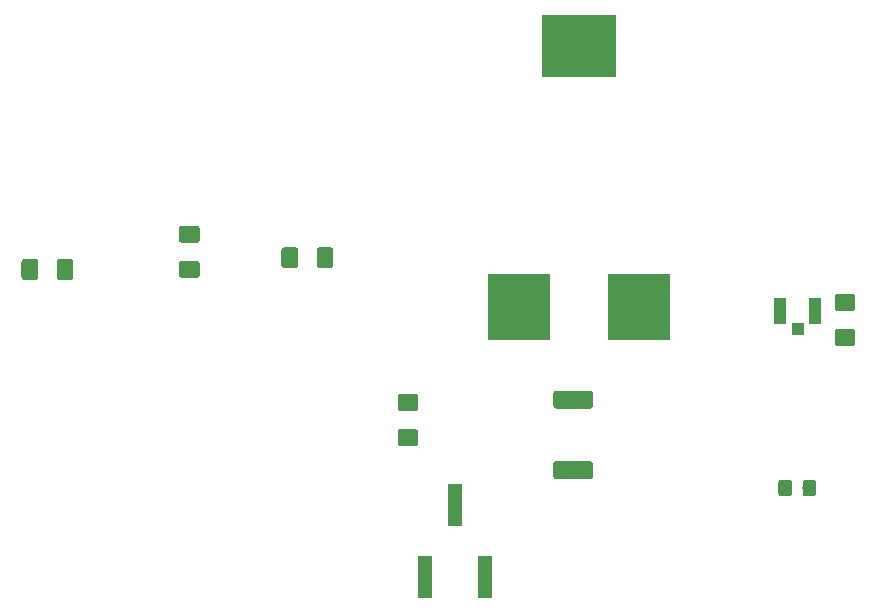
<source format=gtp>
G04 #@! TF.GenerationSoftware,KiCad,Pcbnew,(5.1.4)-1*
G04 #@! TF.CreationDate,2021-06-03T13:54:43-04:00*
G04 #@! TF.ProjectId,coil_power_mod,636f696c-5f70-46f7-9765-725f6d6f642e,rev?*
G04 #@! TF.SameCoordinates,Original*
G04 #@! TF.FileFunction,Paste,Top*
G04 #@! TF.FilePolarity,Positive*
%FSLAX46Y46*%
G04 Gerber Fmt 4.6, Leading zero omitted, Abs format (unit mm)*
G04 Created by KiCad (PCBNEW (5.1.4)-1) date 2021-06-03 13:54:43*
%MOMM*%
%LPD*%
G04 APERTURE LIST*
%ADD10R,1.050000X2.200000*%
%ADD11R,1.000000X1.050000*%
%ADD12C,0.100000*%
%ADD13C,1.425000*%
%ADD14C,1.525000*%
%ADD15R,1.190000X3.550000*%
%ADD16R,6.350000X5.280000*%
%ADD17R,5.330000X5.590000*%
%ADD18C,1.150000*%
G04 APERTURE END LIST*
D10*
X164000000Y-56500000D03*
X161050000Y-56500000D03*
D11*
X162525000Y-58025000D03*
D12*
G36*
X167149504Y-55076204D02*
G01*
X167173773Y-55079804D01*
X167197571Y-55085765D01*
X167220671Y-55094030D01*
X167242849Y-55104520D01*
X167263893Y-55117133D01*
X167283598Y-55131747D01*
X167301777Y-55148223D01*
X167318253Y-55166402D01*
X167332867Y-55186107D01*
X167345480Y-55207151D01*
X167355970Y-55229329D01*
X167364235Y-55252429D01*
X167370196Y-55276227D01*
X167373796Y-55300496D01*
X167375000Y-55325000D01*
X167375000Y-56250000D01*
X167373796Y-56274504D01*
X167370196Y-56298773D01*
X167364235Y-56322571D01*
X167355970Y-56345671D01*
X167345480Y-56367849D01*
X167332867Y-56388893D01*
X167318253Y-56408598D01*
X167301777Y-56426777D01*
X167283598Y-56443253D01*
X167263893Y-56457867D01*
X167242849Y-56470480D01*
X167220671Y-56480970D01*
X167197571Y-56489235D01*
X167173773Y-56495196D01*
X167149504Y-56498796D01*
X167125000Y-56500000D01*
X165875000Y-56500000D01*
X165850496Y-56498796D01*
X165826227Y-56495196D01*
X165802429Y-56489235D01*
X165779329Y-56480970D01*
X165757151Y-56470480D01*
X165736107Y-56457867D01*
X165716402Y-56443253D01*
X165698223Y-56426777D01*
X165681747Y-56408598D01*
X165667133Y-56388893D01*
X165654520Y-56367849D01*
X165644030Y-56345671D01*
X165635765Y-56322571D01*
X165629804Y-56298773D01*
X165626204Y-56274504D01*
X165625000Y-56250000D01*
X165625000Y-55325000D01*
X165626204Y-55300496D01*
X165629804Y-55276227D01*
X165635765Y-55252429D01*
X165644030Y-55229329D01*
X165654520Y-55207151D01*
X165667133Y-55186107D01*
X165681747Y-55166402D01*
X165698223Y-55148223D01*
X165716402Y-55131747D01*
X165736107Y-55117133D01*
X165757151Y-55104520D01*
X165779329Y-55094030D01*
X165802429Y-55085765D01*
X165826227Y-55079804D01*
X165850496Y-55076204D01*
X165875000Y-55075000D01*
X167125000Y-55075000D01*
X167149504Y-55076204D01*
X167149504Y-55076204D01*
G37*
D13*
X166500000Y-55787500D03*
D12*
G36*
X167149504Y-58051204D02*
G01*
X167173773Y-58054804D01*
X167197571Y-58060765D01*
X167220671Y-58069030D01*
X167242849Y-58079520D01*
X167263893Y-58092133D01*
X167283598Y-58106747D01*
X167301777Y-58123223D01*
X167318253Y-58141402D01*
X167332867Y-58161107D01*
X167345480Y-58182151D01*
X167355970Y-58204329D01*
X167364235Y-58227429D01*
X167370196Y-58251227D01*
X167373796Y-58275496D01*
X167375000Y-58300000D01*
X167375000Y-59225000D01*
X167373796Y-59249504D01*
X167370196Y-59273773D01*
X167364235Y-59297571D01*
X167355970Y-59320671D01*
X167345480Y-59342849D01*
X167332867Y-59363893D01*
X167318253Y-59383598D01*
X167301777Y-59401777D01*
X167283598Y-59418253D01*
X167263893Y-59432867D01*
X167242849Y-59445480D01*
X167220671Y-59455970D01*
X167197571Y-59464235D01*
X167173773Y-59470196D01*
X167149504Y-59473796D01*
X167125000Y-59475000D01*
X165875000Y-59475000D01*
X165850496Y-59473796D01*
X165826227Y-59470196D01*
X165802429Y-59464235D01*
X165779329Y-59455970D01*
X165757151Y-59445480D01*
X165736107Y-59432867D01*
X165716402Y-59418253D01*
X165698223Y-59401777D01*
X165681747Y-59383598D01*
X165667133Y-59363893D01*
X165654520Y-59342849D01*
X165644030Y-59320671D01*
X165635765Y-59297571D01*
X165629804Y-59273773D01*
X165626204Y-59249504D01*
X165625000Y-59225000D01*
X165625000Y-58300000D01*
X165626204Y-58275496D01*
X165629804Y-58251227D01*
X165635765Y-58227429D01*
X165644030Y-58204329D01*
X165654520Y-58182151D01*
X165667133Y-58161107D01*
X165681747Y-58141402D01*
X165698223Y-58123223D01*
X165716402Y-58106747D01*
X165736107Y-58092133D01*
X165757151Y-58079520D01*
X165779329Y-58069030D01*
X165802429Y-58060765D01*
X165826227Y-58054804D01*
X165850496Y-58051204D01*
X165875000Y-58050000D01*
X167125000Y-58050000D01*
X167149504Y-58051204D01*
X167149504Y-58051204D01*
G37*
D13*
X166500000Y-58762500D03*
D12*
G36*
X130149504Y-66526204D02*
G01*
X130173773Y-66529804D01*
X130197571Y-66535765D01*
X130220671Y-66544030D01*
X130242849Y-66554520D01*
X130263893Y-66567133D01*
X130283598Y-66581747D01*
X130301777Y-66598223D01*
X130318253Y-66616402D01*
X130332867Y-66636107D01*
X130345480Y-66657151D01*
X130355970Y-66679329D01*
X130364235Y-66702429D01*
X130370196Y-66726227D01*
X130373796Y-66750496D01*
X130375000Y-66775000D01*
X130375000Y-67700000D01*
X130373796Y-67724504D01*
X130370196Y-67748773D01*
X130364235Y-67772571D01*
X130355970Y-67795671D01*
X130345480Y-67817849D01*
X130332867Y-67838893D01*
X130318253Y-67858598D01*
X130301777Y-67876777D01*
X130283598Y-67893253D01*
X130263893Y-67907867D01*
X130242849Y-67920480D01*
X130220671Y-67930970D01*
X130197571Y-67939235D01*
X130173773Y-67945196D01*
X130149504Y-67948796D01*
X130125000Y-67950000D01*
X128875000Y-67950000D01*
X128850496Y-67948796D01*
X128826227Y-67945196D01*
X128802429Y-67939235D01*
X128779329Y-67930970D01*
X128757151Y-67920480D01*
X128736107Y-67907867D01*
X128716402Y-67893253D01*
X128698223Y-67876777D01*
X128681747Y-67858598D01*
X128667133Y-67838893D01*
X128654520Y-67817849D01*
X128644030Y-67795671D01*
X128635765Y-67772571D01*
X128629804Y-67748773D01*
X128626204Y-67724504D01*
X128625000Y-67700000D01*
X128625000Y-66775000D01*
X128626204Y-66750496D01*
X128629804Y-66726227D01*
X128635765Y-66702429D01*
X128644030Y-66679329D01*
X128654520Y-66657151D01*
X128667133Y-66636107D01*
X128681747Y-66616402D01*
X128698223Y-66598223D01*
X128716402Y-66581747D01*
X128736107Y-66567133D01*
X128757151Y-66554520D01*
X128779329Y-66544030D01*
X128802429Y-66535765D01*
X128826227Y-66529804D01*
X128850496Y-66526204D01*
X128875000Y-66525000D01*
X130125000Y-66525000D01*
X130149504Y-66526204D01*
X130149504Y-66526204D01*
G37*
D13*
X129500000Y-67237500D03*
D12*
G36*
X130149504Y-63551204D02*
G01*
X130173773Y-63554804D01*
X130197571Y-63560765D01*
X130220671Y-63569030D01*
X130242849Y-63579520D01*
X130263893Y-63592133D01*
X130283598Y-63606747D01*
X130301777Y-63623223D01*
X130318253Y-63641402D01*
X130332867Y-63661107D01*
X130345480Y-63682151D01*
X130355970Y-63704329D01*
X130364235Y-63727429D01*
X130370196Y-63751227D01*
X130373796Y-63775496D01*
X130375000Y-63800000D01*
X130375000Y-64725000D01*
X130373796Y-64749504D01*
X130370196Y-64773773D01*
X130364235Y-64797571D01*
X130355970Y-64820671D01*
X130345480Y-64842849D01*
X130332867Y-64863893D01*
X130318253Y-64883598D01*
X130301777Y-64901777D01*
X130283598Y-64918253D01*
X130263893Y-64932867D01*
X130242849Y-64945480D01*
X130220671Y-64955970D01*
X130197571Y-64964235D01*
X130173773Y-64970196D01*
X130149504Y-64973796D01*
X130125000Y-64975000D01*
X128875000Y-64975000D01*
X128850496Y-64973796D01*
X128826227Y-64970196D01*
X128802429Y-64964235D01*
X128779329Y-64955970D01*
X128757151Y-64945480D01*
X128736107Y-64932867D01*
X128716402Y-64918253D01*
X128698223Y-64901777D01*
X128681747Y-64883598D01*
X128667133Y-64863893D01*
X128654520Y-64842849D01*
X128644030Y-64820671D01*
X128635765Y-64797571D01*
X128629804Y-64773773D01*
X128626204Y-64749504D01*
X128625000Y-64725000D01*
X128625000Y-63800000D01*
X128626204Y-63775496D01*
X128629804Y-63751227D01*
X128635765Y-63727429D01*
X128644030Y-63704329D01*
X128654520Y-63682151D01*
X128667133Y-63661107D01*
X128681747Y-63641402D01*
X128698223Y-63623223D01*
X128716402Y-63606747D01*
X128736107Y-63592133D01*
X128757151Y-63579520D01*
X128779329Y-63569030D01*
X128802429Y-63560765D01*
X128826227Y-63554804D01*
X128850496Y-63551204D01*
X128875000Y-63550000D01*
X130125000Y-63550000D01*
X130149504Y-63551204D01*
X130149504Y-63551204D01*
G37*
D13*
X129500000Y-64262500D03*
D12*
G36*
X144949505Y-63251204D02*
G01*
X144973773Y-63254804D01*
X144997572Y-63260765D01*
X145020671Y-63269030D01*
X145042850Y-63279520D01*
X145063893Y-63292132D01*
X145083599Y-63306747D01*
X145101777Y-63323223D01*
X145118253Y-63341401D01*
X145132868Y-63361107D01*
X145145480Y-63382150D01*
X145155970Y-63404329D01*
X145164235Y-63427428D01*
X145170196Y-63451227D01*
X145173796Y-63475495D01*
X145175000Y-63499999D01*
X145175000Y-64525001D01*
X145173796Y-64549505D01*
X145170196Y-64573773D01*
X145164235Y-64597572D01*
X145155970Y-64620671D01*
X145145480Y-64642850D01*
X145132868Y-64663893D01*
X145118253Y-64683599D01*
X145101777Y-64701777D01*
X145083599Y-64718253D01*
X145063893Y-64732868D01*
X145042850Y-64745480D01*
X145020671Y-64755970D01*
X144997572Y-64764235D01*
X144973773Y-64770196D01*
X144949505Y-64773796D01*
X144925001Y-64775000D01*
X142074999Y-64775000D01*
X142050495Y-64773796D01*
X142026227Y-64770196D01*
X142002428Y-64764235D01*
X141979329Y-64755970D01*
X141957150Y-64745480D01*
X141936107Y-64732868D01*
X141916401Y-64718253D01*
X141898223Y-64701777D01*
X141881747Y-64683599D01*
X141867132Y-64663893D01*
X141854520Y-64642850D01*
X141844030Y-64620671D01*
X141835765Y-64597572D01*
X141829804Y-64573773D01*
X141826204Y-64549505D01*
X141825000Y-64525001D01*
X141825000Y-63499999D01*
X141826204Y-63475495D01*
X141829804Y-63451227D01*
X141835765Y-63427428D01*
X141844030Y-63404329D01*
X141854520Y-63382150D01*
X141867132Y-63361107D01*
X141881747Y-63341401D01*
X141898223Y-63323223D01*
X141916401Y-63306747D01*
X141936107Y-63292132D01*
X141957150Y-63279520D01*
X141979329Y-63269030D01*
X142002428Y-63260765D01*
X142026227Y-63254804D01*
X142050495Y-63251204D01*
X142074999Y-63250000D01*
X144925001Y-63250000D01*
X144949505Y-63251204D01*
X144949505Y-63251204D01*
G37*
D14*
X143500000Y-64012500D03*
D12*
G36*
X144949505Y-69226204D02*
G01*
X144973773Y-69229804D01*
X144997572Y-69235765D01*
X145020671Y-69244030D01*
X145042850Y-69254520D01*
X145063893Y-69267132D01*
X145083599Y-69281747D01*
X145101777Y-69298223D01*
X145118253Y-69316401D01*
X145132868Y-69336107D01*
X145145480Y-69357150D01*
X145155970Y-69379329D01*
X145164235Y-69402428D01*
X145170196Y-69426227D01*
X145173796Y-69450495D01*
X145175000Y-69474999D01*
X145175000Y-70500001D01*
X145173796Y-70524505D01*
X145170196Y-70548773D01*
X145164235Y-70572572D01*
X145155970Y-70595671D01*
X145145480Y-70617850D01*
X145132868Y-70638893D01*
X145118253Y-70658599D01*
X145101777Y-70676777D01*
X145083599Y-70693253D01*
X145063893Y-70707868D01*
X145042850Y-70720480D01*
X145020671Y-70730970D01*
X144997572Y-70739235D01*
X144973773Y-70745196D01*
X144949505Y-70748796D01*
X144925001Y-70750000D01*
X142074999Y-70750000D01*
X142050495Y-70748796D01*
X142026227Y-70745196D01*
X142002428Y-70739235D01*
X141979329Y-70730970D01*
X141957150Y-70720480D01*
X141936107Y-70707868D01*
X141916401Y-70693253D01*
X141898223Y-70676777D01*
X141881747Y-70658599D01*
X141867132Y-70638893D01*
X141854520Y-70617850D01*
X141844030Y-70595671D01*
X141835765Y-70572572D01*
X141829804Y-70548773D01*
X141826204Y-70524505D01*
X141825000Y-70500001D01*
X141825000Y-69474999D01*
X141826204Y-69450495D01*
X141829804Y-69426227D01*
X141835765Y-69402428D01*
X141844030Y-69379329D01*
X141854520Y-69357150D01*
X141867132Y-69336107D01*
X141881747Y-69316401D01*
X141898223Y-69298223D01*
X141916401Y-69281747D01*
X141936107Y-69267132D01*
X141957150Y-69254520D01*
X141979329Y-69244030D01*
X142002428Y-69235765D01*
X142026227Y-69229804D01*
X142050495Y-69226204D01*
X142074999Y-69225000D01*
X144925001Y-69225000D01*
X144949505Y-69226204D01*
X144949505Y-69226204D01*
G37*
D14*
X143500000Y-69987500D03*
D15*
X136040000Y-79075000D03*
X133500000Y-72925000D03*
X130960000Y-79075000D03*
D16*
X144000000Y-34080000D03*
D17*
X149075000Y-56155000D03*
X138925000Y-56155000D03*
D12*
G36*
X122974504Y-51126204D02*
G01*
X122998773Y-51129804D01*
X123022571Y-51135765D01*
X123045671Y-51144030D01*
X123067849Y-51154520D01*
X123088893Y-51167133D01*
X123108598Y-51181747D01*
X123126777Y-51198223D01*
X123143253Y-51216402D01*
X123157867Y-51236107D01*
X123170480Y-51257151D01*
X123180970Y-51279329D01*
X123189235Y-51302429D01*
X123195196Y-51326227D01*
X123198796Y-51350496D01*
X123200000Y-51375000D01*
X123200000Y-52625000D01*
X123198796Y-52649504D01*
X123195196Y-52673773D01*
X123189235Y-52697571D01*
X123180970Y-52720671D01*
X123170480Y-52742849D01*
X123157867Y-52763893D01*
X123143253Y-52783598D01*
X123126777Y-52801777D01*
X123108598Y-52818253D01*
X123088893Y-52832867D01*
X123067849Y-52845480D01*
X123045671Y-52855970D01*
X123022571Y-52864235D01*
X122998773Y-52870196D01*
X122974504Y-52873796D01*
X122950000Y-52875000D01*
X122025000Y-52875000D01*
X122000496Y-52873796D01*
X121976227Y-52870196D01*
X121952429Y-52864235D01*
X121929329Y-52855970D01*
X121907151Y-52845480D01*
X121886107Y-52832867D01*
X121866402Y-52818253D01*
X121848223Y-52801777D01*
X121831747Y-52783598D01*
X121817133Y-52763893D01*
X121804520Y-52742849D01*
X121794030Y-52720671D01*
X121785765Y-52697571D01*
X121779804Y-52673773D01*
X121776204Y-52649504D01*
X121775000Y-52625000D01*
X121775000Y-51375000D01*
X121776204Y-51350496D01*
X121779804Y-51326227D01*
X121785765Y-51302429D01*
X121794030Y-51279329D01*
X121804520Y-51257151D01*
X121817133Y-51236107D01*
X121831747Y-51216402D01*
X121848223Y-51198223D01*
X121866402Y-51181747D01*
X121886107Y-51167133D01*
X121907151Y-51154520D01*
X121929329Y-51144030D01*
X121952429Y-51135765D01*
X121976227Y-51129804D01*
X122000496Y-51126204D01*
X122025000Y-51125000D01*
X122950000Y-51125000D01*
X122974504Y-51126204D01*
X122974504Y-51126204D01*
G37*
D13*
X122487500Y-52000000D03*
D12*
G36*
X119999504Y-51126204D02*
G01*
X120023773Y-51129804D01*
X120047571Y-51135765D01*
X120070671Y-51144030D01*
X120092849Y-51154520D01*
X120113893Y-51167133D01*
X120133598Y-51181747D01*
X120151777Y-51198223D01*
X120168253Y-51216402D01*
X120182867Y-51236107D01*
X120195480Y-51257151D01*
X120205970Y-51279329D01*
X120214235Y-51302429D01*
X120220196Y-51326227D01*
X120223796Y-51350496D01*
X120225000Y-51375000D01*
X120225000Y-52625000D01*
X120223796Y-52649504D01*
X120220196Y-52673773D01*
X120214235Y-52697571D01*
X120205970Y-52720671D01*
X120195480Y-52742849D01*
X120182867Y-52763893D01*
X120168253Y-52783598D01*
X120151777Y-52801777D01*
X120133598Y-52818253D01*
X120113893Y-52832867D01*
X120092849Y-52845480D01*
X120070671Y-52855970D01*
X120047571Y-52864235D01*
X120023773Y-52870196D01*
X119999504Y-52873796D01*
X119975000Y-52875000D01*
X119050000Y-52875000D01*
X119025496Y-52873796D01*
X119001227Y-52870196D01*
X118977429Y-52864235D01*
X118954329Y-52855970D01*
X118932151Y-52845480D01*
X118911107Y-52832867D01*
X118891402Y-52818253D01*
X118873223Y-52801777D01*
X118856747Y-52783598D01*
X118842133Y-52763893D01*
X118829520Y-52742849D01*
X118819030Y-52720671D01*
X118810765Y-52697571D01*
X118804804Y-52673773D01*
X118801204Y-52649504D01*
X118800000Y-52625000D01*
X118800000Y-51375000D01*
X118801204Y-51350496D01*
X118804804Y-51326227D01*
X118810765Y-51302429D01*
X118819030Y-51279329D01*
X118829520Y-51257151D01*
X118842133Y-51236107D01*
X118856747Y-51216402D01*
X118873223Y-51198223D01*
X118891402Y-51181747D01*
X118911107Y-51167133D01*
X118932151Y-51154520D01*
X118954329Y-51144030D01*
X118977429Y-51135765D01*
X119001227Y-51129804D01*
X119025496Y-51126204D01*
X119050000Y-51125000D01*
X119975000Y-51125000D01*
X119999504Y-51126204D01*
X119999504Y-51126204D01*
G37*
D13*
X119512500Y-52000000D03*
D12*
G36*
X163849505Y-70801204D02*
G01*
X163873773Y-70804804D01*
X163897572Y-70810765D01*
X163920671Y-70819030D01*
X163942850Y-70829520D01*
X163963893Y-70842132D01*
X163983599Y-70856747D01*
X164001777Y-70873223D01*
X164018253Y-70891401D01*
X164032868Y-70911107D01*
X164045480Y-70932150D01*
X164055970Y-70954329D01*
X164064235Y-70977428D01*
X164070196Y-71001227D01*
X164073796Y-71025495D01*
X164075000Y-71049999D01*
X164075000Y-71950001D01*
X164073796Y-71974505D01*
X164070196Y-71998773D01*
X164064235Y-72022572D01*
X164055970Y-72045671D01*
X164045480Y-72067850D01*
X164032868Y-72088893D01*
X164018253Y-72108599D01*
X164001777Y-72126777D01*
X163983599Y-72143253D01*
X163963893Y-72157868D01*
X163942850Y-72170480D01*
X163920671Y-72180970D01*
X163897572Y-72189235D01*
X163873773Y-72195196D01*
X163849505Y-72198796D01*
X163825001Y-72200000D01*
X163174999Y-72200000D01*
X163150495Y-72198796D01*
X163126227Y-72195196D01*
X163102428Y-72189235D01*
X163079329Y-72180970D01*
X163057150Y-72170480D01*
X163036107Y-72157868D01*
X163016401Y-72143253D01*
X162998223Y-72126777D01*
X162981747Y-72108599D01*
X162967132Y-72088893D01*
X162954520Y-72067850D01*
X162944030Y-72045671D01*
X162935765Y-72022572D01*
X162929804Y-71998773D01*
X162926204Y-71974505D01*
X162925000Y-71950001D01*
X162925000Y-71049999D01*
X162926204Y-71025495D01*
X162929804Y-71001227D01*
X162935765Y-70977428D01*
X162944030Y-70954329D01*
X162954520Y-70932150D01*
X162967132Y-70911107D01*
X162981747Y-70891401D01*
X162998223Y-70873223D01*
X163016401Y-70856747D01*
X163036107Y-70842132D01*
X163057150Y-70829520D01*
X163079329Y-70819030D01*
X163102428Y-70810765D01*
X163126227Y-70804804D01*
X163150495Y-70801204D01*
X163174999Y-70800000D01*
X163825001Y-70800000D01*
X163849505Y-70801204D01*
X163849505Y-70801204D01*
G37*
D18*
X163500000Y-71500000D03*
D12*
G36*
X161799505Y-70801204D02*
G01*
X161823773Y-70804804D01*
X161847572Y-70810765D01*
X161870671Y-70819030D01*
X161892850Y-70829520D01*
X161913893Y-70842132D01*
X161933599Y-70856747D01*
X161951777Y-70873223D01*
X161968253Y-70891401D01*
X161982868Y-70911107D01*
X161995480Y-70932150D01*
X162005970Y-70954329D01*
X162014235Y-70977428D01*
X162020196Y-71001227D01*
X162023796Y-71025495D01*
X162025000Y-71049999D01*
X162025000Y-71950001D01*
X162023796Y-71974505D01*
X162020196Y-71998773D01*
X162014235Y-72022572D01*
X162005970Y-72045671D01*
X161995480Y-72067850D01*
X161982868Y-72088893D01*
X161968253Y-72108599D01*
X161951777Y-72126777D01*
X161933599Y-72143253D01*
X161913893Y-72157868D01*
X161892850Y-72170480D01*
X161870671Y-72180970D01*
X161847572Y-72189235D01*
X161823773Y-72195196D01*
X161799505Y-72198796D01*
X161775001Y-72200000D01*
X161124999Y-72200000D01*
X161100495Y-72198796D01*
X161076227Y-72195196D01*
X161052428Y-72189235D01*
X161029329Y-72180970D01*
X161007150Y-72170480D01*
X160986107Y-72157868D01*
X160966401Y-72143253D01*
X160948223Y-72126777D01*
X160931747Y-72108599D01*
X160917132Y-72088893D01*
X160904520Y-72067850D01*
X160894030Y-72045671D01*
X160885765Y-72022572D01*
X160879804Y-71998773D01*
X160876204Y-71974505D01*
X160875000Y-71950001D01*
X160875000Y-71049999D01*
X160876204Y-71025495D01*
X160879804Y-71001227D01*
X160885765Y-70977428D01*
X160894030Y-70954329D01*
X160904520Y-70932150D01*
X160917132Y-70911107D01*
X160931747Y-70891401D01*
X160948223Y-70873223D01*
X160966401Y-70856747D01*
X160986107Y-70842132D01*
X161007150Y-70829520D01*
X161029329Y-70819030D01*
X161052428Y-70810765D01*
X161076227Y-70804804D01*
X161100495Y-70801204D01*
X161124999Y-70800000D01*
X161775001Y-70800000D01*
X161799505Y-70801204D01*
X161799505Y-70801204D01*
G37*
D18*
X161450000Y-71500000D03*
D12*
G36*
X111649504Y-49301204D02*
G01*
X111673773Y-49304804D01*
X111697571Y-49310765D01*
X111720671Y-49319030D01*
X111742849Y-49329520D01*
X111763893Y-49342133D01*
X111783598Y-49356747D01*
X111801777Y-49373223D01*
X111818253Y-49391402D01*
X111832867Y-49411107D01*
X111845480Y-49432151D01*
X111855970Y-49454329D01*
X111864235Y-49477429D01*
X111870196Y-49501227D01*
X111873796Y-49525496D01*
X111875000Y-49550000D01*
X111875000Y-50475000D01*
X111873796Y-50499504D01*
X111870196Y-50523773D01*
X111864235Y-50547571D01*
X111855970Y-50570671D01*
X111845480Y-50592849D01*
X111832867Y-50613893D01*
X111818253Y-50633598D01*
X111801777Y-50651777D01*
X111783598Y-50668253D01*
X111763893Y-50682867D01*
X111742849Y-50695480D01*
X111720671Y-50705970D01*
X111697571Y-50714235D01*
X111673773Y-50720196D01*
X111649504Y-50723796D01*
X111625000Y-50725000D01*
X110375000Y-50725000D01*
X110350496Y-50723796D01*
X110326227Y-50720196D01*
X110302429Y-50714235D01*
X110279329Y-50705970D01*
X110257151Y-50695480D01*
X110236107Y-50682867D01*
X110216402Y-50668253D01*
X110198223Y-50651777D01*
X110181747Y-50633598D01*
X110167133Y-50613893D01*
X110154520Y-50592849D01*
X110144030Y-50570671D01*
X110135765Y-50547571D01*
X110129804Y-50523773D01*
X110126204Y-50499504D01*
X110125000Y-50475000D01*
X110125000Y-49550000D01*
X110126204Y-49525496D01*
X110129804Y-49501227D01*
X110135765Y-49477429D01*
X110144030Y-49454329D01*
X110154520Y-49432151D01*
X110167133Y-49411107D01*
X110181747Y-49391402D01*
X110198223Y-49373223D01*
X110216402Y-49356747D01*
X110236107Y-49342133D01*
X110257151Y-49329520D01*
X110279329Y-49319030D01*
X110302429Y-49310765D01*
X110326227Y-49304804D01*
X110350496Y-49301204D01*
X110375000Y-49300000D01*
X111625000Y-49300000D01*
X111649504Y-49301204D01*
X111649504Y-49301204D01*
G37*
D13*
X111000000Y-50012500D03*
D12*
G36*
X111649504Y-52276204D02*
G01*
X111673773Y-52279804D01*
X111697571Y-52285765D01*
X111720671Y-52294030D01*
X111742849Y-52304520D01*
X111763893Y-52317133D01*
X111783598Y-52331747D01*
X111801777Y-52348223D01*
X111818253Y-52366402D01*
X111832867Y-52386107D01*
X111845480Y-52407151D01*
X111855970Y-52429329D01*
X111864235Y-52452429D01*
X111870196Y-52476227D01*
X111873796Y-52500496D01*
X111875000Y-52525000D01*
X111875000Y-53450000D01*
X111873796Y-53474504D01*
X111870196Y-53498773D01*
X111864235Y-53522571D01*
X111855970Y-53545671D01*
X111845480Y-53567849D01*
X111832867Y-53588893D01*
X111818253Y-53608598D01*
X111801777Y-53626777D01*
X111783598Y-53643253D01*
X111763893Y-53657867D01*
X111742849Y-53670480D01*
X111720671Y-53680970D01*
X111697571Y-53689235D01*
X111673773Y-53695196D01*
X111649504Y-53698796D01*
X111625000Y-53700000D01*
X110375000Y-53700000D01*
X110350496Y-53698796D01*
X110326227Y-53695196D01*
X110302429Y-53689235D01*
X110279329Y-53680970D01*
X110257151Y-53670480D01*
X110236107Y-53657867D01*
X110216402Y-53643253D01*
X110198223Y-53626777D01*
X110181747Y-53608598D01*
X110167133Y-53588893D01*
X110154520Y-53567849D01*
X110144030Y-53545671D01*
X110135765Y-53522571D01*
X110129804Y-53498773D01*
X110126204Y-53474504D01*
X110125000Y-53450000D01*
X110125000Y-52525000D01*
X110126204Y-52500496D01*
X110129804Y-52476227D01*
X110135765Y-52452429D01*
X110144030Y-52429329D01*
X110154520Y-52407151D01*
X110167133Y-52386107D01*
X110181747Y-52366402D01*
X110198223Y-52348223D01*
X110216402Y-52331747D01*
X110236107Y-52317133D01*
X110257151Y-52304520D01*
X110279329Y-52294030D01*
X110302429Y-52285765D01*
X110326227Y-52279804D01*
X110350496Y-52276204D01*
X110375000Y-52275000D01*
X111625000Y-52275000D01*
X111649504Y-52276204D01*
X111649504Y-52276204D01*
G37*
D13*
X111000000Y-52987500D03*
D12*
G36*
X100962004Y-52126204D02*
G01*
X100986273Y-52129804D01*
X101010071Y-52135765D01*
X101033171Y-52144030D01*
X101055349Y-52154520D01*
X101076393Y-52167133D01*
X101096098Y-52181747D01*
X101114277Y-52198223D01*
X101130753Y-52216402D01*
X101145367Y-52236107D01*
X101157980Y-52257151D01*
X101168470Y-52279329D01*
X101176735Y-52302429D01*
X101182696Y-52326227D01*
X101186296Y-52350496D01*
X101187500Y-52375000D01*
X101187500Y-53625000D01*
X101186296Y-53649504D01*
X101182696Y-53673773D01*
X101176735Y-53697571D01*
X101168470Y-53720671D01*
X101157980Y-53742849D01*
X101145367Y-53763893D01*
X101130753Y-53783598D01*
X101114277Y-53801777D01*
X101096098Y-53818253D01*
X101076393Y-53832867D01*
X101055349Y-53845480D01*
X101033171Y-53855970D01*
X101010071Y-53864235D01*
X100986273Y-53870196D01*
X100962004Y-53873796D01*
X100937500Y-53875000D01*
X100012500Y-53875000D01*
X99987996Y-53873796D01*
X99963727Y-53870196D01*
X99939929Y-53864235D01*
X99916829Y-53855970D01*
X99894651Y-53845480D01*
X99873607Y-53832867D01*
X99853902Y-53818253D01*
X99835723Y-53801777D01*
X99819247Y-53783598D01*
X99804633Y-53763893D01*
X99792020Y-53742849D01*
X99781530Y-53720671D01*
X99773265Y-53697571D01*
X99767304Y-53673773D01*
X99763704Y-53649504D01*
X99762500Y-53625000D01*
X99762500Y-52375000D01*
X99763704Y-52350496D01*
X99767304Y-52326227D01*
X99773265Y-52302429D01*
X99781530Y-52279329D01*
X99792020Y-52257151D01*
X99804633Y-52236107D01*
X99819247Y-52216402D01*
X99835723Y-52198223D01*
X99853902Y-52181747D01*
X99873607Y-52167133D01*
X99894651Y-52154520D01*
X99916829Y-52144030D01*
X99939929Y-52135765D01*
X99963727Y-52129804D01*
X99987996Y-52126204D01*
X100012500Y-52125000D01*
X100937500Y-52125000D01*
X100962004Y-52126204D01*
X100962004Y-52126204D01*
G37*
D13*
X100475000Y-53000000D03*
D12*
G36*
X97987004Y-52126204D02*
G01*
X98011273Y-52129804D01*
X98035071Y-52135765D01*
X98058171Y-52144030D01*
X98080349Y-52154520D01*
X98101393Y-52167133D01*
X98121098Y-52181747D01*
X98139277Y-52198223D01*
X98155753Y-52216402D01*
X98170367Y-52236107D01*
X98182980Y-52257151D01*
X98193470Y-52279329D01*
X98201735Y-52302429D01*
X98207696Y-52326227D01*
X98211296Y-52350496D01*
X98212500Y-52375000D01*
X98212500Y-53625000D01*
X98211296Y-53649504D01*
X98207696Y-53673773D01*
X98201735Y-53697571D01*
X98193470Y-53720671D01*
X98182980Y-53742849D01*
X98170367Y-53763893D01*
X98155753Y-53783598D01*
X98139277Y-53801777D01*
X98121098Y-53818253D01*
X98101393Y-53832867D01*
X98080349Y-53845480D01*
X98058171Y-53855970D01*
X98035071Y-53864235D01*
X98011273Y-53870196D01*
X97987004Y-53873796D01*
X97962500Y-53875000D01*
X97037500Y-53875000D01*
X97012996Y-53873796D01*
X96988727Y-53870196D01*
X96964929Y-53864235D01*
X96941829Y-53855970D01*
X96919651Y-53845480D01*
X96898607Y-53832867D01*
X96878902Y-53818253D01*
X96860723Y-53801777D01*
X96844247Y-53783598D01*
X96829633Y-53763893D01*
X96817020Y-53742849D01*
X96806530Y-53720671D01*
X96798265Y-53697571D01*
X96792304Y-53673773D01*
X96788704Y-53649504D01*
X96787500Y-53625000D01*
X96787500Y-52375000D01*
X96788704Y-52350496D01*
X96792304Y-52326227D01*
X96798265Y-52302429D01*
X96806530Y-52279329D01*
X96817020Y-52257151D01*
X96829633Y-52236107D01*
X96844247Y-52216402D01*
X96860723Y-52198223D01*
X96878902Y-52181747D01*
X96898607Y-52167133D01*
X96919651Y-52154520D01*
X96941829Y-52144030D01*
X96964929Y-52135765D01*
X96988727Y-52129804D01*
X97012996Y-52126204D01*
X97037500Y-52125000D01*
X97962500Y-52125000D01*
X97987004Y-52126204D01*
X97987004Y-52126204D01*
G37*
D13*
X97500000Y-53000000D03*
M02*

</source>
